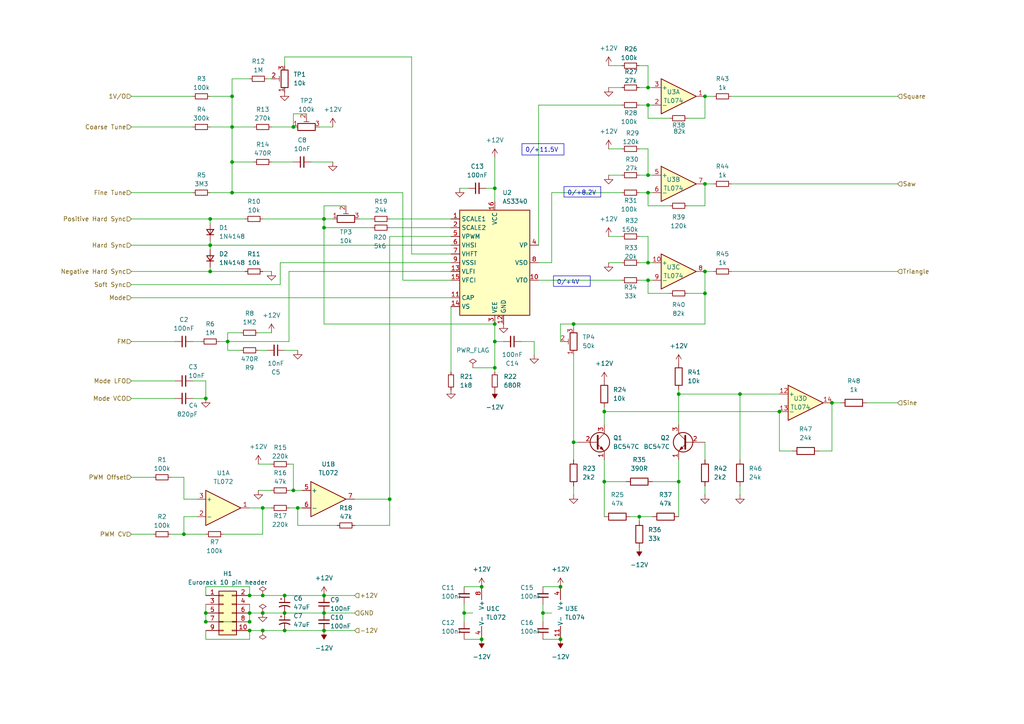
<source format=kicad_sch>
(kicad_sch (version 20231120) (generator "eeschema") (generator_version "8.0")
  (paper "A4")
  (junction (at 187.96 50.8))
  (junction (at 93.98 172.72))
  (junction (at 59.69 180.34))
  (junction (at 76.2 177.8))
  (junction (at 139.7 185.42))
  (junction (at 113.03 144.78))
  (junction (at 72.39 180.34))
  (junction (at 204.47 27.94))
  (junction (at 162.56 185.42))
  (junction (at 175.26 119.38))
  (junction (at 241.3 116.84))
  (junction (at 187.96 81.28))
  (junction (at 187.96 76.2))
  (junction (at 93.98 182.88))
  (junction (at 59.69 177.8))
  (junction (at 53.34 154.94))
  (junction (at 85.09 142.24))
  (junction (at 134.62 177.8))
  (junction (at 196.85 139.7))
  (junction (at 72.39 177.8))
  (junction (at 187.96 30.48))
  (junction (at 226.06 119.38))
  (junction (at 204.47 78.74))
  (junction (at 67.31 46.99))
  (junction (at 204.47 53.34))
  (junction (at 66.04 99.06))
  (junction (at 59.69 115.57))
  (junction (at 143.51 54.61))
  (junction (at 157.48 177.8))
  (junction (at 72.39 172.72))
  (junction (at 214.63 114.3))
  (junction (at 67.31 36.83))
  (junction (at 204.47 85.09))
  (junction (at 162.56 170.18))
  (junction (at 143.51 99.06))
  (junction (at 60.96 71.12))
  (junction (at 72.39 182.88))
  (junction (at 93.98 63.5))
  (junction (at 166.37 93.98))
  (junction (at 187.96 55.88))
  (junction (at 60.96 63.5))
  (junction (at 76.2 182.88))
  (junction (at 143.51 93.98))
  (junction (at 67.31 27.94))
  (junction (at 93.98 177.8))
  (junction (at 187.96 25.4))
  (junction (at 139.7 170.18))
  (junction (at 166.37 128.27))
  (junction (at 60.96 78.74))
  (junction (at 86.36 147.32))
  (junction (at 82.55 182.88))
  (junction (at 175.26 139.7))
  (junction (at 82.55 177.8))
  (junction (at 76.2 172.72))
  (junction (at 196.85 114.3))
  (junction (at 76.2 147.32))
  (junction (at 85.09 36.83))
  (junction (at 67.31 55.88))
  (junction (at 82.55 172.72))
  (junction (at 143.51 106.68))
  (junction (at 185.42 149.86))
  (junction (at 93.98 66.04))
  (wire (pts (xy 76.2 172.72) (xy 82.55 172.72)))
  (wire (pts (xy 134.62 185.42) (xy 139.7 185.42)))
  (wire (pts (xy 134.62 175.26) (xy 134.62 177.8)))
  (wire (pts (xy 162.56 93.98) (xy 166.37 93.98)))
  (wire (pts (xy 204.47 143.51) (xy 204.47 140.97)))
  (wire (pts (xy 66.04 96.52) (xy 66.04 99.06)))
  (wire (pts (xy 182.88 149.86) (xy 185.42 149.86)))
  (wire (pts (xy 55.88 99.06) (xy 58.42 99.06)))
  (wire (pts (xy 196.85 149.86) (xy 196.85 139.7)))
  (wire (pts (xy 175.26 133.35) (xy 175.26 139.7)))
  (wire (pts (xy 38.1 138.43) (xy 44.45 138.43)))
  (wire (pts (xy 176.53 19.05) (xy 180.34 19.05)))
  (wire (pts (xy 187.96 19.05) (xy 187.96 25.4)))
  (wire (pts (xy 77.47 101.6) (xy 74.93 101.6)))
  (wire (pts (xy 57.15 149.86) (xy 53.34 149.86)))
  (wire (pts (xy 113.03 63.5) (xy 130.81 63.5)))
  (wire (pts (xy 66.04 101.6) (xy 69.85 101.6)))
  (wire (pts (xy 116.84 81.28) (xy 130.81 81.28)))
  (wire (pts (xy 130.81 73.66) (xy 119.38 73.66)))
  (wire (pts (xy 176.53 50.8) (xy 180.34 50.8)))
  (wire (pts (xy 146.05 99.06) (xy 143.51 99.06)))
  (wire (pts (xy 72.39 147.32) (xy 76.2 147.32)))
  (wire (pts (xy 60.96 71.12) (xy 60.96 72.39)))
  (wire (pts (xy 176.53 25.4) (xy 180.34 25.4)))
  (wire (pts (xy 38.1 27.94) (xy 55.88 27.94)))
  (wire (pts (xy 59.69 175.26) (xy 59.69 177.8)))
  (wire (pts (xy 49.53 138.43) (xy 53.34 138.43)))
  (wire (pts (xy 93.98 172.72) (xy 102.87 172.72)))
  (wire (pts (xy 143.51 93.98) (xy 143.51 99.06)))
  (wire (pts (xy 134.62 177.8) (xy 137.16 177.8)))
  (wire (pts (xy 185.42 149.86) (xy 185.42 151.13)))
  (wire (pts (xy 78.74 46.99) (xy 85.09 46.99)))
  (wire (pts (xy 187.96 43.18) (xy 187.96 50.8)))
  (wire (pts (xy 88.9 33.02) (xy 85.09 33.02)))
  (wire (pts (xy 93.98 63.5) (xy 96.52 63.5)))
  (wire (pts (xy 76.2 154.94) (xy 76.2 147.32)))
  (wire (pts (xy 175.26 149.86) (xy 175.26 139.7)))
  (wire (pts (xy 187.96 85.09) (xy 194.31 85.09)))
  (wire (pts (xy 104.14 63.5) (xy 107.95 63.5)))
  (wire (pts (xy 60.96 64.77) (xy 60.96 63.5)))
  (wire (pts (xy 196.85 114.3) (xy 196.85 123.19)))
  (wire (pts (xy 154.94 99.06) (xy 154.94 102.87)))
  (wire (pts (xy 38.1 55.88) (xy 55.88 55.88)))
  (wire (pts (xy 160.02 55.88) (xy 180.34 55.88)))
  (wire (pts (xy 93.98 63.5) (xy 93.98 66.04)))
  (wire (pts (xy 157.48 175.26) (xy 157.48 177.8)))
  (wire (pts (xy 176.53 68.58) (xy 180.34 68.58)))
  (wire (pts (xy 38.1 115.57) (xy 50.8 115.57)))
  (wire (pts (xy 214.63 143.51) (xy 214.63 140.97)))
  (wire (pts (xy 176.53 76.2) (xy 180.34 76.2)))
  (wire (pts (xy 167.64 128.27) (xy 166.37 128.27)))
  (wire (pts (xy 189.23 139.7) (xy 196.85 139.7)))
  (wire (pts (xy 137.16 106.68) (xy 143.51 106.68)))
  (wire (pts (xy 86.36 101.6) (xy 82.55 101.6)))
  (wire (pts (xy 53.34 154.94) (xy 49.53 154.94)))
  (wire (pts (xy 74.93 134.62) (xy 78.74 134.62)))
  (wire (pts (xy 67.31 22.86) (xy 72.39 22.86)))
  (wire (pts (xy 237.49 130.81) (xy 241.3 130.81)))
  (wire (pts (xy 143.51 99.06) (xy 143.51 106.68)))
  (wire (pts (xy 214.63 114.3) (xy 196.85 114.3)))
  (wire (pts (xy 113.03 68.58) (xy 130.81 68.58)))
  (wire (pts (xy 86.36 147.32) (xy 83.82 147.32)))
  (wire (pts (xy 102.87 144.78) (xy 113.03 144.78)))
  (wire (pts (xy 93.98 66.04) (xy 107.95 66.04)))
  (wire (pts (xy 157.48 185.42) (xy 162.56 185.42)))
  (wire (pts (xy 76.2 177.8) (xy 82.55 177.8)))
  (wire (pts (xy 214.63 133.35) (xy 214.63 114.3)))
  (wire (pts (xy 82.55 172.72) (xy 93.98 172.72)))
  (wire (pts (xy 74.93 142.24) (xy 78.74 142.24)))
  (wire (pts (xy 86.36 152.4) (xy 86.36 147.32)))
  (wire (pts (xy 53.34 144.78) (xy 57.15 144.78)))
  (wire (pts (xy 60.96 78.74) (xy 60.96 77.47)))
  (wire (pts (xy 96.52 46.99) (xy 90.17 46.99)))
  (wire (pts (xy 66.04 96.52) (xy 69.85 96.52)))
  (wire (pts (xy 53.34 138.43) (xy 53.34 144.78)))
  (wire (pts (xy 160.02 55.88) (xy 160.02 76.2)))
  (wire (pts (xy 38.1 154.94) (xy 44.45 154.94)))
  (wire (pts (xy 83.82 99.06) (xy 83.82 78.74)))
  (wire (pts (xy 53.34 149.86) (xy 53.34 154.94)))
  (wire (pts (xy 72.39 177.8) (xy 76.2 177.8)))
  (wire (pts (xy 59.69 180.34) (xy 72.39 180.34)))
  (wire (pts (xy 60.96 36.83) (xy 67.31 36.83)))
  (wire (pts (xy 38.1 63.5) (xy 60.96 63.5)))
  (wire (pts (xy 72.39 170.18) (xy 72.39 172.72)))
  (wire (pts (xy 83.82 142.24) (xy 85.09 142.24)))
  (wire (pts (xy 241.3 130.81) (xy 241.3 116.84)))
  (wire (pts (xy 102.87 152.4) (xy 113.03 152.4)))
  (wire (pts (xy 212.09 78.74) (xy 260.35 78.74)))
  (wire (pts (xy 72.39 182.88) (xy 76.2 182.88)))
  (wire (pts (xy 143.51 106.68) (xy 143.51 107.95)))
  (wire (pts (xy 199.39 59.69) (xy 204.47 59.69)))
  (wire (pts (xy 157.48 170.18) (xy 162.56 170.18)))
  (wire (pts (xy 175.26 139.7) (xy 181.61 139.7)))
  (wire (pts (xy 78.74 147.32) (xy 76.2 147.32)))
  (wire (pts (xy 76.2 63.5) (xy 93.98 63.5)))
  (wire (pts (xy 78.74 36.83) (xy 85.09 36.83)))
  (wire (pts (xy 166.37 93.98) (xy 166.37 95.25)))
  (wire (pts (xy 154.94 99.06) (xy 151.13 99.06)))
  (wire (pts (xy 185.42 55.88) (xy 187.96 55.88)))
  (wire (pts (xy 260.35 53.34) (xy 212.09 53.34)))
  (wire (pts (xy 140.97 54.61) (xy 143.51 54.61)))
  (wire (pts (xy 260.35 27.94) (xy 212.09 27.94)))
  (wire (pts (xy 207.01 53.34) (xy 204.47 53.34)))
  (wire (pts (xy 156.21 30.48) (xy 180.34 30.48)))
  (wire (pts (xy 162.56 99.06) (xy 162.56 93.98)))
  (wire (pts (xy 55.88 115.57) (xy 59.69 115.57)))
  (wire (pts (xy 204.47 93.98) (xy 204.47 85.09)))
  (wire (pts (xy 59.69 110.49) (xy 55.88 110.49)))
  (wire (pts (xy 187.96 59.69) (xy 194.31 59.69)))
  (wire (pts (xy 214.63 114.3) (xy 226.06 114.3)))
  (wire (pts (xy 67.31 27.94) (xy 67.31 22.86)))
  (wire (pts (xy 187.96 25.4) (xy 189.23 25.4)))
  (wire (pts (xy 59.69 185.42) (xy 72.39 185.42)))
  (wire (pts (xy 204.47 59.69) (xy 204.47 53.34)))
  (wire (pts (xy 72.39 175.26) (xy 72.39 177.8)))
  (wire (pts (xy 59.69 172.72) (xy 59.69 170.18)))
  (wire (pts (xy 187.96 30.48) (xy 189.23 30.48)))
  (wire (pts (xy 187.96 55.88) (xy 189.23 55.88)))
  (wire (pts (xy 59.69 170.18) (xy 72.39 170.18)))
  (wire (pts (xy 260.35 116.84) (xy 251.46 116.84)))
  (wire (pts (xy 60.96 63.5) (xy 71.12 63.5)))
  (wire (pts (xy 185.42 50.8) (xy 187.96 50.8)))
  (wire (pts (xy 143.51 54.61) (xy 143.51 58.42)))
  (wire (pts (xy 119.38 73.66) (xy 119.38 16.51)))
  (wire (pts (xy 85.09 134.62) (xy 85.09 142.24)))
  (wire (pts (xy 187.96 30.48) (xy 187.96 34.29)))
  (wire (pts (xy 67.31 36.83) (xy 67.31 46.99)))
  (wire (pts (xy 116.84 55.88) (xy 116.84 81.28)))
  (wire (pts (xy 180.34 81.28) (xy 156.21 81.28)))
  (wire (pts (xy 130.81 88.9) (xy 130.81 107.95)))
  (wire (pts (xy 166.37 143.51) (xy 166.37 140.97)))
  (wire (pts (xy 86.36 152.4) (xy 97.79 152.4)))
  (wire (pts (xy 185.42 43.18) (xy 187.96 43.18)))
  (wire (pts (xy 196.85 139.7) (xy 196.85 133.35)))
  (wire (pts (xy 187.96 50.8) (xy 189.23 50.8)))
  (wire (pts (xy 175.26 119.38) (xy 175.26 123.19)))
  (wire (pts (xy 204.47 27.94) (xy 207.01 27.94)))
  (wire (pts (xy 38.1 78.74) (xy 60.96 78.74)))
  (wire (pts (xy 38.1 82.55) (xy 81.28 82.55)))
  (wire (pts (xy 185.42 76.2) (xy 187.96 76.2)))
  (wire (pts (xy 67.31 55.88) (xy 116.84 55.88)))
  (wire (pts (xy 60.96 69.85) (xy 60.96 71.12)))
  (wire (pts (xy 134.62 170.18) (xy 139.7 170.18)))
  (wire (pts (xy 63.5 99.06) (xy 66.04 99.06)))
  (wire (pts (xy 100.33 59.69) (xy 93.98 59.69)))
  (wire (pts (xy 166.37 133.35) (xy 166.37 128.27)))
  (wire (pts (xy 157.48 177.8) (xy 160.02 177.8)))
  (wire (pts (xy 60.96 71.12) (xy 130.81 71.12)))
  (wire (pts (xy 134.62 177.8) (xy 134.62 180.34)))
  (wire (pts (xy 38.1 110.49) (xy 50.8 110.49)))
  (wire (pts (xy 187.96 81.28) (xy 187.96 85.09)))
  (wire (pts (xy 199.39 34.29) (xy 204.47 34.29)))
  (wire (pts (xy 93.98 66.04) (xy 93.98 93.98)))
  (wire (pts (xy 38.1 86.36) (xy 130.81 86.36)))
  (wire (pts (xy 113.03 68.58) (xy 113.03 144.78)))
  (wire (pts (xy 156.21 30.48) (xy 156.21 71.12)))
  (wire (pts (xy 72.39 172.72) (xy 76.2 172.72)))
  (wire (pts (xy 96.52 36.83) (xy 92.71 36.83)))
  (wire (pts (xy 38.1 36.83) (xy 55.88 36.83)))
  (wire (pts (xy 93.98 182.88) (xy 102.87 182.88)))
  (wire (pts (xy 82.55 16.51) (xy 119.38 16.51)))
  (wire (pts (xy 83.82 134.62) (xy 85.09 134.62)))
  (wire (pts (xy 60.96 78.74) (xy 71.12 78.74)))
  (wire (pts (xy 78.74 78.74) (xy 76.2 78.74)))
  (wire (pts (xy 74.93 96.52) (xy 78.74 96.52)))
  (wire (pts (xy 82.55 16.51) (xy 82.55 19.05)))
  (wire (pts (xy 66.04 99.06) (xy 83.82 99.06)))
  (wire (pts (xy 76.2 182.88) (xy 82.55 182.88)))
  (wire (pts (xy 185.42 25.4) (xy 187.96 25.4)))
  (wire (pts (xy 38.1 71.12) (xy 60.96 71.12)))
  (wire (pts (xy 93.98 177.8) (xy 102.87 177.8)))
  (wire (pts (xy 53.34 154.94) (xy 59.69 154.94)))
  (wire (pts (xy 176.53 43.18) (xy 180.34 43.18)))
  (wire (pts (xy 187.96 55.88) (xy 187.96 59.69)))
  (wire (pts (xy 85.09 142.24) (xy 87.63 142.24)))
  (wire (pts (xy 83.82 78.74) (xy 130.81 78.74)))
  (wire (pts (xy 82.55 177.8) (xy 93.98 177.8)))
  (wire (pts (xy 157.48 177.8) (xy 157.48 180.34)))
  (wire (pts (xy 60.96 55.88) (xy 67.31 55.88)))
  (wire (pts (xy 175.26 118.11) (xy 175.26 119.38)))
  (wire (pts (xy 81.28 76.2) (xy 130.81 76.2)))
  (wire (pts (xy 229.87 130.81) (xy 226.06 130.81)))
  (wire (pts (xy 67.31 55.88) (xy 67.31 46.99)))
  (wire (pts (xy 113.03 152.4) (xy 113.03 144.78)))
  (wire (pts (xy 204.47 85.09) (xy 204.47 78.74)))
  (wire (pts (xy 185.42 68.58) (xy 187.96 68.58)))
  (wire (pts (xy 93.98 182.88) (xy 82.55 182.88)))
  (wire (pts (xy 189.23 81.28) (xy 187.96 81.28)))
  (wire (pts (xy 166.37 93.98) (xy 204.47 93.98)))
  (wire (pts (xy 160.02 76.2) (xy 156.21 76.2)))
  (wire (pts (xy 85.09 33.02) (xy 85.09 36.83)))
  (wire (pts (xy 64.77 154.94) (xy 76.2 154.94)))
  (wire (pts (xy 175.26 119.38) (xy 226.06 119.38)))
  (wire (pts (xy 87.63 147.32) (xy 86.36 147.32)))
  (wire (pts (xy 59.69 177.8) (xy 59.69 180.34)))
  (wire (pts (xy 72.39 177.8) (xy 72.39 180.34)))
  (wire (pts (xy 143.51 93.98) (xy 93.98 93.98)))
  (wire (pts (xy 59.69 182.88) (xy 59.69 185.42)))
  (wire (pts (xy 72.39 185.42) (xy 72.39 182.88)))
  (wire (pts (xy 59.69 110.49) (xy 59.69 115.57)))
  (wire (pts (xy 196.85 113.03) (xy 196.85 114.3)))
  (wire (pts (xy 67.31 27.94) (xy 60.96 27.94)))
  (wire (pts (xy 187.96 68.58) (xy 187.96 76.2)))
  (wire (pts (xy 50.8 99.06) (xy 38.1 99.06)))
  (wire (pts (xy 185.42 149.86) (xy 189.23 149.86)))
  (wire (pts (xy 78.74 22.86) (xy 77.47 22.86)))
  (wire (pts (xy 133.35 54.61) (xy 135.89 54.61)))
  (wire (pts (xy 66.04 101.6) (xy 66.04 99.06)))
  (wire (pts (xy 113.03 66.04) (xy 130.81 66.04)))
  (wire (pts (xy 166.37 102.87) (xy 166.37 128.27)))
  (wire (pts (xy 243.84 116.84) (xy 241.3 116.84)))
  (wire (pts (xy 199.39 85.09) (xy 204.47 85.09)))
  (wire (pts (xy 67.31 46.99) (xy 73.66 46.99)))
  (wire (pts (xy 67.31 36.83) (xy 73.66 36.83)))
  (wire (pts (xy 67.31 27.94) (xy 67.31 36.83)))
  (wire (pts (xy 185.42 30.48) (xy 187.96 30.48)))
  (wire (pts (xy 204.47 27.94) (xy 204.47 34.29)))
  (wire (pts (xy 226.06 130.81) (xy 226.06 119.38)))
  (wire (pts (xy 143.51 45.72) (xy 143.51 54.61)))
  (wire (pts (xy 187.96 81.28) (xy 185.42 81.28)))
  (wire (pts (xy 204.47 133.35) (xy 204.47 128.27)))
  (wire (pts (xy 81.28 82.55) (xy 81.28 76.2)))
  (wire (pts (xy 187.96 34.29) (xy 194.31 34.29)))
  (wire (pts (xy 189.23 76.2) (xy 187.96 76.2)))
  (wire (pts (xy 204.47 78.74) (xy 207.01 78.74)))
  (wire (pts (xy 185.42 19.05) (xy 187.96 19.05)))
  (wire (pts (xy 93.98 59.69) (xy 93.98 63.5)))
  (text_box "0/+4V" (at 160.528 80.01 0) (size 10.668 3.048) (effects (font (size 1.27 1.27)) (justify left top)))
  (text_box "0/+8.2V" (at 163.576 54.102 0) (size 10.668 3.048) (effects (font (size 1.27 1.27)) (justify left top)))
  (text_box "0/+11.5V" (at 151.384 41.656 0) (size 12.192 3.302) (effects (font (size 1.27 1.27)) (justify left top)))
  (hierarchical_label "Mode VCO" (shape input) (at 38.1 115.57 180))
  (hierarchical_label "Mode" (shape input) (at 38.1 86.36 180))
  (hierarchical_label "Fine Tune" (shape input) (at 38.1 55.88 180))
  (hierarchical_label "PWM Offset" (shape input) (at 38.1 138.43 180))
  (hierarchical_label "+12V" (shape input) (at 102.87 172.72 0))
  (hierarchical_label "Saw" (shape input) (at 260.35 53.34 0))
  (hierarchical_label "GND" (shape input) (at 102.87 177.8 0))
  (hierarchical_label "Soft Sync" (shape input) (at 38.1 82.55 180))
  (hierarchical_label "Square" (shape input) (at 260.35 27.94 0))
  (hierarchical_label "Sine" (shape input) (at 260.35 116.84 0))
  (hierarchical_label "FM" (shape input) (at 38.1 99.06 180))
  (hierarchical_label "Hard Sync" (shape input) (at 38.1 71.12 180))
  (hierarchical_label "Positive Hard Sync" (shape input) (at 38.1 63.5 180))
  (hierarchical_label "Coarse Tune" (shape input) (at 38.1 36.83 180))
  (hierarchical_label "1V{slash}O" (shape input) (at 38.1 27.94 180))
  (hierarchical_label "Negative Hard Sync" (shape input) (at 38.1 78.74 180))
  (hierarchical_label "Mode LFO" (shape input) (at 38.1 110.49 180))
  (hierarchical_label "Triangle" (shape input) (at 260.35 78.74 0))
  (hierarchical_label "-12V" (shape input) (at 102.87 182.88 0))
  (hierarchical_label "PWM CV" (shape input) (at 38.1 154.94 180))
  (symbol (lib_id "Device:C_Polarized_Small_US") (at 82.55 175.26 0) (unit 1)
    (property "Reference" "C6" (at 85.09 173.5581 0) (effects (justify left)))
    (property "Value" "47uF" (at 85.09 176.0981 0) (effects (justify left)))
    (property "Footprint" "Capacitor_THT:CP_Radial_D6.3mm_P2.50mm" (effects (hide yes)))
    (property "Description" "Polarized capacitor, small US symbol" (effects (hide yes)))
  )
  (symbol (lib_id "power:GND") (at 133.35 54.61 0) (unit 1)
    (property "Reference" "#PWR034" (effects (hide yes)))
    (property "Value" "GND" (effects (hide yes)))
    (property "Description" "Power symbol creates a global label with name \"GND\" , ground" (effects (hide yes)))
  )
  (symbol (lib_id "power:GND") (at 214.63 143.51 0) (unit 1)
    (property "Reference" "#PWR054" (effects (hide yes)))
    (property "Value" "GND" (effects (hide yes)))
    (property "Description" "Power symbol creates a global label with name \"GND\" , ground" (effects (hide yes)))
  )
  (symbol (lib_id "Device:R_Small") (at 209.55 53.34 90) (unit 1)
    (property "Reference" "R44" (at 209.55 48.26 90))
    (property "Value" "1k" (at 209.55 50.8 90))
    (property "Footprint" "Resistor_THT:R_Axial_DIN0207_L6.3mm_D2.5mm_P10.16mm_Horizontal" (effects (hide yes)))
    (property "Description" "Resistor, small symbol" (effects (hide yes)))
  )
  (symbol (lib_id "power:GND") (at 74.93 142.24 0) (unit 1)
    (property "Reference" "#PWR023" (effects (hide yes)))
    (property "Value" "GND" (effects (hide yes)))
    (property "Description" "Power symbol creates a global label with name \"GND\" , ground" (effects (hide yes)))
  )
  (symbol (lib_id "Device:R_Small") (at 182.88 81.28 270) (unit 1)
    (property "Reference" "R34" (at 182.88 83.312 90))
    (property "Value" "33k" (at 182.88 85.852 90))
    (property "Footprint" "Resistor_THT:R_Axial_DIN0207_L6.3mm_D2.5mm_P10.16mm_Horizontal" (effects (hide yes)))
    (property "Description" "Resistor, small symbol" (effects (hide yes)))
  )
  (symbol (lib_id "Device:R_Small") (at 76.2 36.83 90) (unit 1)
    (property "Reference" "R13" (at 76.2 31.75 90))
    (property "Value" "270k" (at 76.2 34.29 90))
    (property "Footprint" "Resistor_THT:R_Axial_DIN0207_L6.3mm_D2.5mm_P10.16mm_Horizontal" (effects (hide yes)))
    (property "Description" "Resistor, small symbol" (effects (hide yes)))
  )
  (symbol (lib_id "power:-12V") (at 139.7 185.42 180) (unit 1)
    (property "Reference" "#PWR036" (effects (hide yes)))
    (property "Value" "-12V" (at 139.7 190.5 0))
    (property "Description" "Power symbol creates a global label with name \"-12V\"" (effects (hide yes)))
  )
  (symbol (lib_id "Device:R_Small") (at 72.39 101.6 270) (mirror x) (unit 1)
    (property "Reference" "R9" (at 72.39 106.68 90))
    (property "Value" "470R" (at 72.39 104.14 90))
    (property "Footprint" "Resistor_THT:R_Axial_DIN0207_L6.3mm_D2.5mm_P10.16mm_Horizontal" (effects (hide yes)))
    (property "Description" "Resistor, small symbol" (effects (hide yes)))
  )
  (symbol (lib_name "-12V_1") (lib_id "power:-12V") (at 185.42 158.75 180) (unit 1)
    (property "Reference" "#PWR051" (effects (hide yes)))
    (property "Value" "-12V" (at 185.42 163.83 0))
  )
  (symbol (lib_id "Device:R_Potentiometer_Trim") (at 100.33 63.5 90) (unit 1)
    (property "Reference" "TP3" (at 100.33 67.31 90))
    (property "Value" "10k" (at 100.33 69.85 90))
    (property "Footprint" "Potentiometer_THT:Potentiometer_Vishay_T73XW_Horizontal" (effects (hide yes)))
    (property "Description" "Trim-potentiometer" (effects (hide yes)))
  )
  (symbol (lib_id "Device:R_Small") (at 72.39 96.52 90) (unit 1)
    (property "Reference" "R8" (at 72.39 90.899 90))
    (property "Value" "1M2" (at 72.39 93.439 90))
    (property "Footprint" "Resistor_THT:R_Axial_DIN0207_L6.3mm_D2.5mm_P10.16mm_Horizontal" (effects (hide yes)))
    (property "Description" "Resistor, small symbol" (effects (hide yes)))
  )
  (symbol (lib_id "Device:R_Small") (at 182.88 19.05 90) (unit 1)
    (property "Reference" "R26" (at 184.912 14.224 90) (effects (justify left)))
    (property "Value" "100k" (at 184.912 16.764 90) (effects (justify left)))
    (property "Footprint" "Resistor_THT:R_Axial_DIN0207_L6.3mm_D2.5mm_P10.16mm_Horizontal" (effects (hide yes)))
    (property "Description" "Resistor, small symbol" (effects (hide yes)))
  )
  (symbol (lib_id "Device:C_Small") (at 93.98 180.34 180) (unit 1)
    (property "Reference" "C10" (at 95.758 179.07 0) (effects (justify right)))
    (property "Value" "100nF" (at 95.758 181.61 0) (effects (justify right)))
    (property "Footprint" "Capacitor_THT:C_Disc_D6.0mm_W2.5mm_P5.00mm" (effects (hide yes)))
    (property "Description" "Unpolarized capacitor, small symbol" (effects (hide yes)))
  )
  (symbol (lib_id "Device:C_Small") (at 157.48 182.88 180) (unit 1)
    (property "Reference" "C16" (at 150.876 180.594 0) (effects (justify right)))
    (property "Value" "100nF" (at 150.876 183.134 0) (effects (justify right)))
    (property "Footprint" "Capacitor_THT:C_Disc_D6.0mm_W2.5mm_P5.00mm" (effects (hide yes)))
    (property "Description" "Unpolarized capacitor, small symbol" (effects (hide yes)))
  )
  (symbol (lib_id "power:PWR_FLAG") (at 76.2 182.88 180) (unit 1)
    (property "Reference" "#FLG03" (effects (hide yes)))
    (property "Value" "PWR_FLAG" (effects (hide yes)))
    (property "Description" "Special symbol for telling ERC where power comes from" (effects (hide yes)))
  )
  (symbol (lib_id "power:GND") (at 166.37 143.51 0) (unit 1)
    (property "Reference" "#PWR043" (effects (hide yes)))
    (property "Value" "GND" (effects (hide yes)))
    (property "Description" "Power symbol creates a global label with name \"GND\" , ground" (effects (hide yes)))
  )
  (symbol (lib_id "Device:R") (at 204.47 137.16 0) (unit 1)
    (property "Reference" "R42" (at 207.01 135.8899 0) (effects (justify left)))
    (property "Value" "2k2" (at 207.01 138.4299 0) (effects (justify left)))
    (property "Footprint" "Resistor_THT:R_Axial_DIN0207_L6.3mm_D2.5mm_P10.16mm_Horizontal" (effects (hide yes)))
  )
  (symbol (lib_id "Device:R_Small") (at 182.88 55.88 90) (unit 1)
    (property "Reference" "R31" (at 184.912 58.166 90) (effects (justify left)))
    (property "Value" "100k" (at 184.912 60.706 90) (effects (justify left)))
    (property "Footprint" "Resistor_THT:R_Axial_DIN0207_L6.3mm_D2.5mm_P10.16mm_Horizontal" (effects (hide yes)))
    (property "Description" "Resistor, small symbol" (effects (hide yes)))
  )
  (symbol (lib_id "power:PWR_FLAG") (at 137.16 106.68 0) (unit 1)
    (property "Reference" "#FLG04" (effects (hide yes)))
    (property "Value" "PWR_FLAG" (at 137.16 101.6 0))
    (property "Description" "Special symbol for telling ERC where power comes from" (effects (hide yes)))
  )
  (symbol (lib_id "Device:C_Polarized_Small_US") (at 82.55 180.34 0) (unit 1)
    (property "Reference" "C7" (at 85.09 178.6381 0) (effects (justify left)))
    (property "Value" "47uF" (at 85.09 181.1781 0) (effects (justify left)))
    (property "Footprint" "Capacitor_THT:CP_Radial_D6.3mm_P2.50mm" (effects (hide yes)))
    (property "Description" "Polarized capacitor, small US symbol" (effects (hide yes)))
  )
  (symbol (lib_id "Device:R_Small") (at 81.28 147.32 90) (unit 1)
    (property "Reference" "R17" (at 81.28 149.606 90))
    (property "Value" "220k" (at 81.28 152.146 90))
    (property "Footprint" "Resistor_THT:R_Axial_DIN0207_L6.3mm_D2.5mm_P10.16mm_Horizontal" (effects (hide yes)))
    (property "Description" "Resistor, small symbol" (effects (hide yes)))
  )
  (symbol (lib_id "power:GND") (at 96.52 46.99 0) (unit 1)
    (property "Reference" "#PWR032" (effects (hide yes)))
    (property "Value" "GND" (effects (hide yes)))
    (property "Description" "Power symbol creates a global label with name \"GND\" , ground" (effects (hide yes)))
  )
  (symbol (lib_id "power:-12V") (at 143.51 113.03 180) (unit 1)
    (property "Reference" "#PWR038" (effects (hide yes)))
    (property "Value" "-12V" (at 143.51 118.11 0))
    (property "Description" "Power symbol creates a global label with name \"-12V\"" (effects (hide yes)))
  )
  (symbol (lib_id "Device:C_Small") (at 148.59 99.06 270) (unit 1)
    (property "Reference" "C14" (at 148.5837 105.41 90))
    (property "Value" "100nF" (at 148.5837 102.87 90))
    (property "Footprint" "Capacitor_THT:C_Disc_D6.0mm_W2.5mm_P5.00mm" (effects (hide yes)))
    (property "Description" "Unpolarized capacitor, small symbol" (effects (hide yes)))
  )
  (symbol (lib_id "Device:R_Small") (at 76.2 46.99 90) (unit 1)
    (property "Reference" "R14" (at 76.2 41.91 90))
    (property "Value" "470R" (at 76.2 44.45 90))
    (property "Footprint" "Resistor_THT:R_Axial_DIN0207_L6.3mm_D2.5mm_P10.16mm_Horizontal" (effects (hide yes)))
    (property "Description" "Resistor, small symbol" (effects (hide yes)))
  )
  (symbol (lib_id "Device:C_Small") (at 138.43 54.61 90) (unit 1)
    (property "Reference" "C13" (at 138.4363 48.26 90))
    (property "Value" "100nF" (at 138.4363 50.8 90))
    (property "Footprint" "Capacitor_THT:C_Disc_D6.0mm_W2.5mm_P5.00mm" (effects (hide yes)))
    (property "Description" "Unpolarized capacitor, small symbol" (effects (hide yes)))
  )
  (symbol (lib_id "power:GND") (at 76.2 177.8 0) (unit 1)
    (property "Reference" "#PWR024" (effects (hide yes)))
    (property "Value" "GND" (effects (hide yes)))
    (property "Description" "Power symbol creates a global label with name \"GND\" , ground" (effects (hide yes)))
  )
  (symbol (lib_id "Device:C_Small") (at 93.98 175.26 180) (unit 1)
    (property "Reference" "C9" (at 95.758 173.99 0) (effects (justify right)))
    (property "Value" "100nF" (at 95.758 176.53 0) (effects (justify right)))
    (property "Footprint" "Capacitor_THT:C_Disc_D6.0mm_W2.5mm_P5.00mm" (effects (hide yes)))
    (property "Description" "Unpolarized capacitor, small symbol" (effects (hide yes)))
  )
  (symbol (lib_id "Device:R_Small") (at 100.33 152.4 90) (unit 1)
    (property "Reference" "R18" (at 100.33 147.32 90))
    (property "Value" "47k" (at 100.33 149.86 90))
    (property "Footprint" "Resistor_THT:R_Axial_DIN0207_L6.3mm_D2.5mm_P10.16mm_Horizontal" (effects (hide yes)))
    (property "Description" "Resistor, small symbol" (effects (hide yes)))
  )
  (symbol (lib_id "Device:C_Small") (at 53.34 115.57 270) (unit 1)
    (property "Reference" "C4" (at 57.404 117.602 90) (effects (justify right)))
    (property "Value" "820pF" (at 57.404 120.142 90) (effects (justify right)))
    (property "Footprint" "Capacitor_THT:C_Disc_D6.0mm_W2.5mm_P5.00mm" (effects (hide yes)))
    (property "Description" "Unpolarized capacitor, small symbol" (effects (hide yes)))
  )
  (symbol (lib_id "Device:R_Small") (at 74.93 22.86 90) (unit 1)
    (property "Reference" "R12" (at 74.93 17.78 90))
    (property "Value" "1M" (at 74.93 20.32 90))
    (property "Footprint" "Resistor_THT:R_Axial_DIN0207_L6.3mm_D2.5mm_P10.16mm_Horizontal" (effects (hide yes)))
    (property "Description" "Resistor, small symbol" (effects (hide yes)))
  )
  (symbol (lib_id "Device:R_Small") (at 196.85 34.29 90) (unit 1)
    (property "Reference" "R38" (at 196.85 36.322 90))
    (property "Value" "82k" (at 197.104 38.1 90))
    (property "Footprint" "Resistor_THT:R_Axial_DIN0207_L6.3mm_D2.5mm_P10.16mm_Horizontal" (effects (hide yes)))
    (property "Description" "Resistor, small symbol" (effects (hide yes)))
  )
  (symbol (lib_id "Device:R_Small") (at 182.88 43.18 90) (unit 1)
    (property "Reference" "R29" (at 185.42 38.608 90) (effects (justify left)))
    (property "Value" "120k" (at 185.42 41.148 90) (effects (justify left)))
    (property "Footprint" "Resistor_THT:R_Axial_DIN0207_L6.3mm_D2.5mm_P10.16mm_Horizontal" (effects (hide yes)))
    (property "Description" "Resistor, small symbol" (effects (hide yes)))
  )
  (symbol (lib_id "power:PWR_FLAG") (at 76.2 172.72 0) (unit 1)
    (property "Reference" "#FLG01" (effects (hide yes)))
    (property "Value" "PWR_FLAG" (effects (hide yes)))
    (property "Description" "Special symbol for telling ERC where power comes from" (effects (hide yes)))
  )
  (symbol (lib_id "power:+12V") (at 162.56 170.18 0) (unit 1)
    (property "Reference" "#PWR041" (effects (hide yes)))
    (property "Value" "+12V" (at 162.56 165.1 0))
    (property "Description" "Power symbol creates a global label with name \"+12V\"" (effects (hide yes)))
  )
  (symbol (lib_id "Transistor_BJT:2N3904") (at 199.39 128.27 0) (mirror y) (unit 1)
    (property "Reference" "Q2" (at 194.31 126.9999 0) (effects (justify left)))
    (property "Value" "BC547C" (at 194.31 129.5399 0) (effects (justify left)))
    (property "Footprint" "Package_TO_SOT_THT:TO-92_Inline" (effects (hide yes)))
    (property "Datasheet" "https://www.onsemi.com/pub/Collateral/2N3903-D.PDF" (effects (hide yes)))
  )
  (symbol (lib_id "power:+12V") (at 74.93 134.62 0) (unit 1)
    (property "Reference" "#PWR022" (effects (hide yes)))
    (property "Value" "+12V" (at 74.93 129.54 0))
    (property "Description" "Power symbol creates a global label with name \"+12V\"" (effects (hide yes)))
  )
  (symbol (lib_id "Device:D_Small") (at 60.96 67.31 90) (unit 1)
    (property "Reference" "D1" (at 63.5 66.0399 90) (effects (justify right)))
    (property "Value" "1N4148" (at 63.5 68.5799 90) (effects (justify right)))
    (property "Footprint" "Diode_THT:D_DO-35_SOD27_P7.62mm_Horizontal" (effects (hide yes)))
    (property "Description" "Diode, small symbol" (effects (hide yes)))
    (property "Sim.Device" "D" (effects (hide yes)))
    (property "Sim.Pins" "1=K 2=A" (effects (hide yes)))
  )
  (symbol (lib_id "power:GND") (at 59.69 115.57 0) (unit 1)
    (property "Reference" "#PWR021" (effects (hide yes)))
    (property "Value" "GND" (effects (hide yes)))
    (property "Description" "Power symbol creates a global label with name \"GND\" , ground" (effects (hide yes)))
  )
  (symbol (lib_id "Device:R_Small") (at 182.88 50.8 270) (unit 1)
    (property "Reference" "R30" (at 181.356 46.228 90) (effects (justify left)))
    (property "Value" "27k" (at 181.356 48.768 90) (effects (justify left)))
    (property "Footprint" "Resistor_THT:R_Axial_DIN0207_L6.3mm_D2.5mm_P10.16mm_Horizontal" (effects (hide yes)))
    (property "Description" "Resistor, small symbol" (effects (hide yes)))
  )
  (symbol (lib_id "Device:R_Small") (at 110.49 63.5 90) (unit 1)
    (property "Reference" "R19" (at 110.49 58.42 90))
    (property "Value" "24k" (at 110.49 60.96 90))
    (property "Footprint" "Resistor_THT:R_Axial_DIN0207_L6.3mm_D2.5mm_P10.16mm_Horizontal" (effects (hide yes)))
    (property "Description" "Resistor, small symbol" (effects (hide yes)))
  )
  (symbol (lib_id "Device:R_Small") (at 182.88 25.4 270) (unit 1)
    (property "Reference" "R27" (at 181.102 20.828 90) (effects (justify left)))
    (property "Value" "27k" (at 181.102 23.368 90) (effects (justify left)))
    (property "Footprint" "Resistor_THT:R_Axial_DIN0207_L6.3mm_D2.5mm_P10.16mm_Horizontal" (effects (hide yes)))
    (property "Description" "Resistor, small symbol" (effects (hide yes)))
  )
  (symbol (lib_id "Device:R_Small") (at 196.85 85.09 90) (unit 1)
    (property "Reference" "R40" (at 196.85 88.392 90))
    (property "Value" "82k" (at 196.85 90.932 90))
    (property "Footprint" "Resistor_THT:R_Axial_DIN0207_L6.3mm_D2.5mm_P10.16mm_Horizontal" (effects (hide yes)))
    (property "Description" "Resistor, small symbol" (effects (hide yes)))
  )
  (symbol (lib_id "power:+12V") (at 143.51 45.72 0) (unit 1)
    (property "Reference" "#PWR037" (effects (hide yes)))
    (property "Value" "+12V" (at 143.51 40.64 0))
    (property "Description" "Power symbol creates a global label with name \"+12V\"" (effects (hide yes)))
  )
  (symbol (lib_id "Device:C_Small") (at 80.01 101.6 270) (mirror x) (unit 1)
    (property "Reference" "C5" (at 80.0036 107.95 90))
    (property "Value" "10nF" (at 80.0036 105.41 90))
    (property "Footprint" "Capacitor_THT:C_Disc_D6.0mm_W2.5mm_P5.00mm" (effects (hide yes)))
    (property "Description" "Unpolarized capacitor, small symbol" (effects (hide yes)))
  )
  (symbol (lib_id "Amplifier_Operational:TL074") (at 196.85 53.34 0) (unit 2)
    (property "Reference" "U3" (at 195.326 52.07 0))
    (property "Value" "TL074" (at 195.326 54.61 0))
    (property "Footprint" "Package_DIP:DIP-14_W7.62mm" (effects (hide yes)))
    (property "Datasheet" "http://www.ti.com/lit/ds/symlink/tl071.pdf" (effects (hide yes)))
    (property "Description" "Quad Low-Noise JFET-Input Operational Amplifiers, DIP-14/SOIC-14" (effects (hide yes)))
  )
  (symbol (lib_id "Amplifier_Operational:TL074") (at 233.68 116.84 0) (unit 4)
    (property "Reference" "U3" (at 232.156 115.57 0))
    (property "Value" "TL074" (at 232.156 118.11 0))
    (property "Footprint" "Package_DIP:DIP-14_W7.62mm" (effects (hide yes)))
    (property "Datasheet" "http://www.ti.com/lit/ds/symlink/tl071.pdf" (effects (hide yes)))
    (property "Description" "Quad Low-Noise JFET-Input Operational Amplifiers, DIP-14/SOIC-14" (effects (hide yes)))
  )
  (symbol (lib_id "Transistor_BJT:2N3904") (at 172.72 128.27 0) (unit 1)
    (property "Reference" "Q1" (at 177.8 126.9999 0) (effects (justify left)))
    (property "Value" "BC547C" (at 177.8 129.5399 0) (effects (justify left)))
    (property "Footprint" "Package_TO_SOT_THT:TO-92_Inline" (effects (hide yes)))
    (property "Datasheet" "https://www.onsemi.com/pub/Collateral/2N3903-D.PDF" (effects (hide yes)))
  )
  (symbol (lib_id "Amplifier_Operational:TL072") (at 95.25 144.78 0) (unit 2)
    (property "Reference" "U1" (at 95.25 134.62 0))
    (property "Value" "TL072" (at 95.25 137.16 0))
    (property "Footprint" "Package_DIP:DIP-8_W7.62mm" (effects (hide yes)))
    (property "Datasheet" "http://www.ti.com/lit/ds/symlink/tl071.pdf" (effects (hide yes)))
    (property "Description" "Dual Low-Noise JFET-Input Operational Amplifiers, DIP-8/SOIC-8" (effects (hide yes)))
  )
  (symbol (lib_id "power:+12V") (at 96.52 36.83 0) (unit 1)
    (property "Reference" "#PWR031" (effects (hide yes)))
    (property "Value" "+12V" (at 96.52 31.75 0))
    (property "Description" "Power symbol creates a global label with name \"+12V\"" (effects (hide yes)))
  )
  (symbol (lib_id "power:GND") (at 86.36 101.6 0) (unit 1)
    (property "Reference" "#PWR028" (effects (hide yes)))
    (property "Value" "GND" (effects (hide yes)))
    (property "Description" "Power symbol creates a global label with name \"GND\" , ground" (effects (hide yes)))
  )
  (symbol (lib_id "power:+12V") (at 176.53 19.05 0) (unit 1)
    (property "Reference" "#PWR045" (effects (hide yes)))
    (property "Value" "+12V" (at 176.53 13.97 0))
    (property "Description" "Power symbol creates a global label with name \"+12V\"" (effects (hide yes)))
  )
  (symbol (lib_id "power:GND") (at 130.81 113.03 0) (unit 1)
    (property "Reference" "#PWR033" (effects (hide yes)))
    (property "Value" "GND" (effects (hide yes)))
    (property "Description" "Power symbol creates a global label with name \"GND\" , ground" (effects (hide yes)))
  )
  (symbol (lib_id "power:GND") (at 146.05 93.98 0) (unit 1)
    (property "Reference" "#PWR039" (effects (hide yes)))
    (property "Value" "GND" (effects (hide yes)))
    (property "Description" "Power symbol creates a global label with name \"GND\" , ground" (effects (hide yes)))
  )
  (symbol (lib_id "Device:D_Small") (at 60.96 74.93 90) (unit 1)
    (property "Reference" "D2" (at 63.5 73.6599 90) (effects (justify right)))
    (property "Value" "1N4148" (at 63.5 76.1999 90) (effects (justify right)))
    (property "Footprint" "Diode_THT:D_DO-35_SOD27_P7.62mm_Horizontal" (effects (hide yes)))
    (property "Description" "Diode, small symbol" (effects (hide yes)))
    (property "Sim.Device" "D" (effects (hide yes)))
    (property "Sim.Pins" "1=K 2=A" (effects (hide yes)))
  )
  (symbol (lib_id "Device:R_Potentiometer_Trim") (at 82.55 22.86 180) (unit 1)
    (property "Reference" "TP1" (at 85.09 21.5899 0) (effects (justify right)))
    (property "Value" "10k" (at 85.09 24.1299 0) (effects (justify right)))
    (property "Footprint" "Potentiometer_THT:Potentiometer_Vishay_T73XW_Horizontal" (effects (hide yes)))
    (property "Description" "Trim-potentiometer" (effects (hide yes)))
  )
  (symbol (lib_id "Device:R_Small") (at 73.66 78.74 90) (unit 1)
    (property "Reference" "R11" (at 73.66 73.66 90))
    (property "Value" "10k" (at 73.66 76.2 90))
    (property "Footprint" "Resistor_THT:R_Axial_DIN0207_L6.3mm_D2.5mm_P10.16mm_Horizontal" (effects (hide yes)))
    (property "Description" "Resistor, small symbol" (effects (hide yes)))
  )
  (symbol (lib_id "Device:C_Small") (at 134.62 182.88 180) (unit 1)
    (property "Reference" "C12" (at 128.016 180.594 0) (effects (justify right)))
    (property "Value" "100nF" (at 128.016 183.134 0) (effects (justify right)))
    (property "Footprint" "Capacitor_THT:C_Disc_D6.0mm_W2.5mm_P5.00mm" (effects (hide yes)))
    (property "Description" "Unpolarized capacitor, small symbol" (effects (hide yes)))
  )
  (symbol (lib_id "Device:R_Small") (at 62.23 154.94 90) (unit 1)
    (property "Reference" "R7" (at 62.23 157.226 90))
    (property "Value" "100k" (at 62.23 159.766 90))
    (property "Footprint" "Resistor_THT:R_Axial_DIN0207_L6.3mm_D2.5mm_P10.16mm_Horizontal" (effects (hide yes)))
    (property "Description" "Resistor, small symbol" (effects (hide yes)))
  )
  (symbol (lib_id "Device:R") (at 233.68 130.81 90) (unit 1)
    (property "Reference" "R47" (at 233.68 124.46 90))
    (property "Value" "24k" (at 233.68 127 90))
    (property "Footprint" "Resistor_THT:R_Axial_DIN0207_L6.3mm_D2.5mm_P10.16mm_Horizontal" (effects (hide yes)))
  )
  (symbol (lib_id "Device:R") (at 175.26 114.3 0) (unit 1)
    (property "Reference" "R24" (at 177.8 113.0299 0) (effects (justify left)))
    (property "Value" "10k" (at 177.8 115.5699 0) (effects (justify left)))
    (property "Footprint" "Resistor_THT:R_Axial_DIN0207_L6.3mm_D2.5mm_P10.16mm_Horizontal" (effects (hide yes)))
  )
  (symbol (lib_id "Device:R_Small") (at 81.28 142.24 90) (unit 1)
    (property "Reference" "R16" (at 81.28 137.16 90))
    (property "Value" "47k" (at 81.28 139.7 90))
    (property "Footprint" "Resistor_THT:R_Axial_DIN0207_L6.3mm_D2.5mm_P10.16mm_Horizontal" (effects (hide yes)))
    (property "Description" "Resistor, small symbol" (effects (hide yes)))
  )
  (symbol (lib_id "Amplifier_Operational:TL074") (at 196.85 78.74 0) (unit 3)
    (property "Reference" "U3" (at 195.326 77.47 0))
    (property "Value" "TL074" (at 195.326 80.01 0))
    (property "Footprint" "Package_DIP:DIP-14_W7.62mm" (effects (hide yes)))
    (property "Datasheet" "http://www.ti.com/lit/ds/symlink/tl071.pdf" (effects (hide yes)))
    (property "Description" "Quad Low-Noise JFET-Input Operational Amplifiers, DIP-14/SOIC-14" (effects (hide yes)))
  )
  (symbol (lib_id "Device:R_Small") (at 182.88 30.48 90) (unit 1)
    (property "Reference" "R28" (at 184.912 32.766 90) (effects (justify left)))
    (property "Value" "100k" (at 184.912 35.306 90) (effects (justify left)))
    (property "Footprint" "Resistor_THT:R_Axial_DIN0207_L6.3mm_D2.5mm_P10.16mm_Horizontal" (effects (hide yes)))
    (property "Description" "Resistor, small symbol" (effects (hide yes)))
  )
  (symbol (lib_id "power:+12V") (at 176.53 68.58 0) (unit 1)
    (property "Reference" "#PWR049" (effects (hide yes)))
    (property "Value" "+12V" (at 176.53 63.5 0))
    (property "Description" "Power symbol creates a global label with name \"+12V\"" (effects (hide yes)))
  )
  (symbol (lib_id "power:GND") (at 176.53 25.4 0) (unit 1)
    (property "Reference" "#PWR046" (effects (hide yes)))
    (property "Value" "GND" (effects (hide yes)))
    (property "Description" "Power symbol creates a global label with name \"GND\" , ground" (effects (hide yes)))
  )
  (symbol (lib_id "Device:R_Small") (at 182.88 68.58 90) (unit 1)
    (property "Reference" "R32" (at 185.166 64.008 90) (effects (justify left)))
    (property "Value" "150k" (at 185.166 66.548 90) (effects (justify left)))
    (property "Footprint" "Resistor_THT:R_Axial_DIN0207_L6.3mm_D2.5mm_P10.16mm_Horizontal" (effects (hide yes)))
    (property "Description" "Resistor, small symbol" (effects (hide yes)))
  )
  (symbol (lib_id "power:GND") (at 82.55 26.67 0) (unit 1)
    (property "Reference" "#PWR027" (effects (hide yes)))
    (property "Value" "GND" (effects (hide yes)))
    (property "Description" "Power symbol creates a global label with name \"GND\" , ground" (effects (hide yes)))
  )
  (symbol (lib_id "Device:R") (at 166.37 137.16 0) (unit 1)
    (property "Reference" "R23" (at 168.91 135.8899 0) (effects (justify left)))
    (property "Value" "2k2" (at 168.91 138.4299 0) (effects (justify left)))
    (property "Footprint" "Resistor_THT:R_Axial_DIN0207_L6.3mm_D2.5mm_P10.16mm_Horizontal" (effects (hide yes)))
  )
  (symbol (lib_name "+12V_5") (lib_id "power:+12V") (at 196.85 105.41 0) (unit 1)
    (property "Reference" "#PWR052" (effects (hide yes)))
    (property "Value" "+12V" (at 196.85 100.33 0))
  )
  (symbol (lib_id "Amplifier_Operational:TL072") (at 142.24 177.8 0) (unit 3)
    (property "Reference" "U1" (at 140.97 176.5299 0) (effects (justify left)))
    (property "Value" "TL072" (at 140.97 179.0699 0) (effects (justify left)))
    (property "Footprint" "Package_DIP:DIP-8_W7.62mm" (effects (hide yes)))
    (property "Datasheet" "http://www.ti.com/lit/ds/symlink/tl071.pdf" (effects (hide yes)))
    (property "Description" "Dual Low-Noise JFET-Input Operational Amplifiers, DIP-8/SOIC-8" (effects (hide yes)))
  )
  (symbol (lib_id "Device:R_Small") (at 209.55 27.94 90) (unit 1)
    (property "Reference" "R43" (at 209.55 22.86 90))
    (property "Value" "1k" (at 209.55 25.4 90))
    (property "Footprint" "Resistor_THT:R_Axial_DIN0207_L6.3mm_D2.5mm_P10.16mm_Horizontal" (effects (hide yes)))
    (property "Description" "Resistor, small symbol" (effects (hide yes)))
  )
  (symbol (lib_id "Amplifier_Operational:TL074") (at 196.85 27.94 0) (unit 1)
    (property "Reference" "U3" (at 195.326 26.67 0))
    (property "Value" "TL074" (at 195.326 29.21 0))
    (property "Footprint" "Package_DIP:DIP-14_W7.62mm" (effects (hide yes)))
    (property "Datasheet" "http://www.ti.com/lit/ds/symlink/tl071.pdf" (effects (hide yes)))
    (property "Description" "Quad Low-Noise JFET-Input Operational Amplifiers, DIP-14/SOIC-14" (effects (hide yes)))
  )
  (symbol (lib_id "Device:C_Small") (at 53.34 110.49 90) (unit 1)
    (property "Reference" "C3" (at 54.61 106.426 90) (effects (justify right)))
    (property "Value" "10nF" (at 54.61 108.966 90) (effects (justify right)))
    (property "Footprint" "Capacitor_THT:C_Disc_D6.0mm_W2.5mm_P5.00mm" (effects (hide yes)))
    (property "Description" "Unpolarized capacitor, small symbol" (effects (hide yes)))
  )
  (symbol (lib_id "Device:R") (at 247.65 116.84 90) (unit 1)
    (property "Reference" "R48" (at 247.65 110.49 90))
    (property "Value" "1k" (at 247.65 113.03 90))
    (property "Footprint" "Resistor_THT:R_Axial_DIN0207_L6.3mm_D2.5mm_P10.16mm_Horizontal" (effects (hide yes)))
  )
  (symbol (lib_id "Device:R_Small") (at 46.99 154.94 90) (unit 1)
    (property "Reference" "R2" (at 46.99 149.86 90))
    (property "Value" "100k" (at 46.99 152.4 90))
    (property "Footprint" "Resistor_THT:R_Axial_DIN0207_L6.3mm_D2.5mm_P10.16mm_Horizontal" (effects (hide yes)))
    (property "Description" "Resistor, small symbol" (effects (hide yes)))
  )
  (symbol (lib_id "Device:R") (at 185.42 139.7 90) (unit 1)
    (property "Reference" "R35" (at 185.42 133.35 90))
    (property "Value" "390R" (at 185.42 135.89 90))
    (property "Footprint" "Resistor_THT:R_Axial_DIN0207_L6.3mm_D2.5mm_P10.16mm_Horizontal" (effects (hide yes)))
  )
  (symbol (lib_id "power:-12V") (at 93.98 182.88 180) (unit 1)
    (property "Reference" "#PWR030" (effects (hide yes)))
    (property "Value" "-12V" (at 93.98 187.96 0))
    (property "Description" "Power symbol creates a global label with name \"-12V\"" (effects (hide yes)))
  )
  (symbol (lib_id "Device:R_Small") (at 209.55 78.74 90) (unit 1)
    (property "Reference" "R45" (at 209.55 73.66 90))
    (property "Value" "1k" (at 209.55 76.2 90))
    (property "Footprint" "Resistor_THT:R_Axial_DIN0207_L6.3mm_D2.5mm_P10.16mm_Horizontal" (effects (hide yes)))
    (property "Description" "Resistor, small symbol" (effects (hide yes)))
  )
  (symbol (lib_id "Device:R") (at 214.63 137.16 0) (unit 1)
    (property "Reference" "R46" (at 217.17 135.8899 0) (effects (justify left)))
    (property "Value" "24k" (at 217.17 138.4299 0) (effects (justify left)))
    (property "Footprint" "Resistor_THT:R_Axial_DIN0207_L6.3mm_D2.5mm_P10.16mm_Horizontal" (effects (hide yes)))
  )
  (symbol (lib_id "Device:R_Small") (at 58.42 36.83 90) (unit 1)
    (property "Reference" "R4" (at 58.42 31.75 90))
    (property "Value" "300k" (at 58.42 34.29 90))
    (property "Footprint" "Resistor_THT:R_Axial_DIN0207_L6.3mm_D2.5mm_P10.16mm_Horizontal" (effects (hide yes)))
    (property "Description" "Resistor, small symbol" (effects (hide yes)))
  )
  (symbol (lib_id "power:-12V") (at 162.56 185.42 180) (unit 1)
    (property "Reference" "#PWR042" (effects (hide yes)))
    (property "Value" "-12V" (at 162.56 190.5 0))
    (property "Description" "Power symbol creates a global label with name \"-12V\"" (effects (hide yes)))
  )
  (symbol (lib_id "Device:C_Small") (at 157.48 172.72 180) (unit 1)
    (property "Reference" "C15" (at 150.876 170.434 0) (effects (justify right)))
    (property "Value" "100nF" (at 150.876 172.974 0) (effects (justify right)))
    (property "Footprint" "Capacitor_THT:C_Disc_D6.0mm_W2.5mm_P5.00mm" (effects (hide yes)))
    (property "Description" "Unpolarized capacitor, small symbol" (effects (hide yes)))
  )
  (symbol (lib_id "Device:R_Small") (at 60.96 99.06 90) (unit 1)
    (property "Reference" "R6" (at 60.96 93.98 90))
    (property "Value" "1M" (at 60.96 96.52 90))
    (property "Footprint" "Resistor_THT:R_Axial_DIN0207_L6.3mm_D2.5mm_P10.16mm_Horizontal" (effects (hide yes)))
    (property "Description" "Resistor, small symbol" (effects (hide yes)))
  )
  (symbol (lib_id "power:GND") (at 154.94 102.87 0) (unit 1)
    (property "Reference" "#PWR040" (effects (hide yes)))
    (property "Value" "GND" (effects (hide yes)))
    (property "Description" "Power symbol creates a global label with name \"GND\" , ground" (effects (hide yes)))
  )
  (symbol (lib_name "+12V_6") (lib_id "power:+12V") (at 175.26 110.49 0) (unit 1)
    (property "Reference" "#PWR044" (effects (hide yes)))
    (property "Value" "+12V" (at 175.26 105.41 0))
  )
  (symbol (lib_id "power:+12V") (at 78.74 96.52 0) (unit 1)
    (property "Reference" "#PWR026" (effects (hide yes)))
    (property "Value" "+12V" (at 78.74 91.44 0))
    (property "Description" "Power symbol creates a global label with name \"+12V\"" (effects (hide yes)))
  )
  (symbol (lib_id "Device:R_Small") (at 73.66 63.5 90) (unit 1)
    (property "Reference" "R10" (at 73.66 58.42 90))
    (property "Value" "10k" (at 73.66 60.96 90))
    (property "Footprint" "Resistor_THT:R_Axial_DIN0207_L6.3mm_D2.5mm_P10.16mm_Horizontal" (effects (hide yes)))
    (property "Description" "Resistor, small symbol" (effects (hide yes)))
  )
  (symbol (lib_id "Device:R_Small") (at 130.81 110.49 180) (unit 1)
    (property "Reference" "R21" (at 133.35 109.2199 0) (effects (justify right)))
    (property "Value" "1k8" (at 133.35 111.7599 0) (effects (justify right)))
    (property "Footprint" "Resistor_THT:R_Axial_DIN0207_L6.3mm_D2.5mm_P10.16mm_Horizontal" (effects (hide yes)))
    (property "Description" "Resistor, small symbol" (effects (hide yes)))
  )
  (symbol (lib_id "power:+12V") (at 93.98 172.72 0) (unit 1)
    (property "Reference" "#PWR029" (effects (hide yes)))
    (property "Value" "+12V" (at 93.98 167.64 0))
    (property "Description" "Power symbol creates a global label with name \"+12V\"" (effects (hide yes)))
  )
  (symbol (lib_id "Device:C_Small") (at 134.62 172.72 180) (unit 1)
    (property "Reference" "C11" (at 128.016 170.434 0) (effects (justify right)))
    (property "Value" "100nF" (at 128.016 172.974 0) (effects (justify right)))
    (property "Footprint" "Capacitor_THT:C_Disc_D6.0mm_W2.5mm_P5.00mm" (effects (hide yes)))
    (property "Description" "Unpolarized capacitor, small symbol" (effects (hide yes)))
  )
  (symbol (lib_id "Device:R_Small") (at 81.28 134.62 90) (unit 1)
    (property "Reference" "R15" (at 81.28 129.794 90))
    (property "Value" "220k" (at 81.28 132.334 90))
    (property "Footprint" "Resistor_THT:R_Axial_DIN0207_L6.3mm_D2.5mm_P10.16mm_Horizontal" (effects (hide yes)))
    (property "Description" "Resistor, small symbol" (effects (hide yes)))
  )
  (symbol (lib_id "Device:R_Small") (at 182.88 76.2 270) (unit 1)
    (property "Reference" "R33" (at 181.102 71.882 90) (effects (justify left)))
    (property "Value" "20k" (at 181.102 74.422 90) (effects (justify left)))
    (property "Footprint" "Resistor_THT:R_Axial_DIN0207_L6.3mm_D2.5mm_P10.16mm_Horizontal" (effects (hide yes)))
    (property "Description" "Resistor, small symbol" (effects (hide yes)))
  )
  (symbol (lib_id "Device:R_Small") (at 143.51 110.49 0) (unit 1)
    (property "Reference" "R22" (at 146.05 109.2199 0) (effects (justify left)))
    (property "Value" "680R" (at 146.05 111.7599 0) (effects (justify left)))
    (property "Footprint" "Resistor_THT:R_Axial_DIN0207_L6.3mm_D2.5mm_P10.16mm_Horizontal" (effects (hide yes)))
    (property "Description" "Resistor, small symbol" (effects (hide yes)))
  )
  (symbol (lib_id "Device:R_Small") (at 58.42 27.94 90) (unit 1)
    (property "Reference" "R3" (at 58.42 22.86 90))
    (property "Value" "100k" (at 58.42 25.4 90))
    (property "Footprint" "Resistor_THT:R_Axial_DIN0207_L6.3mm_D2.5mm_P10.16mm_Horizontal" (effects (hide yes)))
    (property "Description" "Resistor, small symbol" (effects (hide yes)))
  )
  (symbol (lib_id "Device:R_Small") (at 58.42 55.88 90) (unit 1)
    (property "Reference" "R5" (at 58.42 50.8 90))
    (property "Value" "3M3" (at 58.42 53.34 90))
    (property "Footprint" "Resistor_THT:R_Axial_DIN0207_L6.3mm_D2.5mm_P10.16mm_Horizontal" (effects (hide yes)))
    (property "Description" "Resistor, small symbol" (effects (hide yes)))
  )
  (symbol (lib_id "power:GND") (at 78.74 78.74 0) (unit 1)
    (property "Reference" "#PWR025" (effects (hide yes)))
    (property "Value" "GND" (effects (hide yes)))
    (property "Description" "Power symbol creates a global label with name \"GND\" , ground" (effects (hide yes)))
  )
  (symbol (lib_id "Device:R_Small") (at 110.49 66.04 90) (unit 1)
    (property "Reference" "R20" (at 110.236 68.834 90))
    (property "Value" "5k6" (at 110.236 71.374 90))
    (property "Footprint" "Resistor_THT:R_Axial_DIN0207_L6.3mm_D2.5mm_P10.16mm_Horizontal" (effects (hide yes)))
    (property "Description" "Resistor, small symbol" (effects (hide yes)))
  )
  (symbol (lib_id "Device:R") (at 185.42 154.94 0) (unit 1)
    (property "Reference" "R36" (at 187.96 153.6699 0) (effects (justify left)))
    (property "Value" "33k" (at 187.96 156.2099 0) (effects (justify left)))
    (property "Footprint" "Resistor_THT:R_Axial_DIN0207_L6.3mm_D2.5mm_P10.16mm_Horizontal" (effects (hide yes)))
  )
  (symbol (lib_id "Device:R") (at 196.85 109.22 0) (unit 1)
    (property "Reference" "R41" (at 199.39 107.9499 0) (effects (justify left)))
    (property "Value" "10k" (at 199.39 110.4899 0) (effects (justify left)))
    (property "Footprint" "Resistor_THT:R_Axial_DIN0207_L6.3mm_D2.5mm_P10.16mm_Horizontal" (effects (hide yes)))
  )
  (symbol (lib_id "power:GND") (at 204.47 143.51 0) (unit 1)
    (property "Reference" "#PWR053" (effects (hide yes)))
    (property "Value" "GND" (effects (hide yes)))
    (property "Description" "Power symbol creates a global label with name \"GND\" , ground" (effects (hide yes)))
  )
  (symbol (lib_id "power:GND") (at 176.53 50.8 0) (unit 1)
    (property "Reference" "#PWR048" (effects (hide yes)))
    (property "Value" "GND" (effects (hide yes)))
    (property "Description" "Power symbol creates a global label with name \"GND\" , ground" (effects (hide yes)))
  )
  (symbol (lib_id "power:+12V") (at 139.7 170.18 0) (unit 1)
    (property "Reference" "#PWR035" (effects (hide yes)))
    (property "Value" "+12V" (at 139.7 165.1 0))
    (property "Description" "Power symbol creates a global label with name \"+12V\"" (effects (hide yes)))
  )
  (symbol (lib_id "Audio:AS3340") (at 143.51 76.2 0) (unit 1)
    (property "Reference" "U2" (at 145.7041 55.88 0) (effects (justify left)))
    (property "Value" "AS3340" (at 145.7041 58.42 0) (effects (justify left)))
    (property "Footprint" "Package_DIP:DIP-16_W7.62mm" (effects (hide yes)))
    (property "Datasheet" "http://www.alfarzpp.lv/eng/sc/AS3340.pdf" (effects (hide yes)))
    (property "Description" "Voltage Controlled Oscillator (VCO), DIP-16/SOIC-16" (effects (hide yes)))
  )
  (symbol (lib_id "Device:R_Potentiometer_Trim") (at 166.37 99.06 180) (unit 1)
    (property "Reference" "TP4" (at 168.91 97.7899 0) (effects (justify right)))
    (property "Value" "50k" (at 168.91 100.3299 0) (effects (justify right)))
    (property "Footprint" "Potentiometer_THT:Potentiometer_Vishay_T73XW_Horizontal" (effects (hide yes)))
  )
  (symbol (lib_id "Device:R_Potentiometer_Trim") (at 88.9 36.83 90) (unit 1)
    (property "Reference" "TP2" (at 88.9 29.21 90))
    (property "Value" "100k" (at 88.9 31.75 90))
    (property "Footprint" "Potentiometer_THT:Potentiometer_Vishay_T73XW_Horizontal" (effects (hide yes)))
    (property "Description" "Trim-potentiometer" (effects (hide yes)))
  )
  (symbol (lib_id "power:PWR_FLAG") (at 76.2 177.8 0) (unit 1)
    (property "Reference" "#FLG02" (effects (hide yes)))
    (property "Value" "PWR_FLAG" (effects (hide yes)))
    (property "Description" "Special symbol for telling ERC where power comes from" (effects (hide yes)))
  )
  (symbol (lib_id "Amplifier_Operational:TL074") (at 165.1 177.8 0) (unit 5)
    (property "Reference" "U3" (at 163.83 176.5299 0) (effects (justify left)))
    (property "Value" "TL074" (at 163.83 179.0699 0) (effects (justify left)))
    (property "Footprint" "Package_DIP:DIP-14_W7.62mm" (effects (hide yes)))
    (property "Datasheet" "http://www.ti.com/lit/ds/symlink/tl071.pdf" (effects (hide yes)))
    (property "Description" "Quad Low-Noise JFET-Input Operational Amplifiers, DIP-14/SOIC-14" (effects (hide yes)))
  )
  (symbol (lib_id "Device:R") (at 193.04 149.86 90) (unit 1)
    (property "Reference" "R37" (at 193.04 143.51 90))
    (property "Value" "47k" (at 193.04 146.05 90))
    (property "Footprint" "Resistor_THT:R_Axial_DIN0207_L6.3mm_D2.5mm_P10.16mm_Horizontal" (effects (hide yes)))
  )
  (symbol (lib_id "Device:R_Small") (at 196.85 59.69 90) (unit 1)
    (property "Reference" "R39" (at 196.85 62.992 90))
    (property "Value" "120k" (at 196.85 65.532 90))
    (property "Footprint" "Resistor_THT:R_Axial_DIN0207_L6.3mm_D2.5mm_P10.16mm_Horizontal" (effects (hide yes)))
    (property "Description" "Resistor, small symbol" (effects (hide yes)))
  )
  (symbol (lib_id "Device:C_Small") (at 53.34 99.06 270) (unit 1)
    (property "Reference" "C2" (at 53.3336 92.71 90))
    (property "Value" "100nF" (at 53.3336 95.25 90))
    (property "Footprint" "Capacitor_THT:C_Disc_D6.0mm_W2.5mm_P5.00mm" (effects (hide yes)))
    (property "Description" "Unpolarized capacitor, small symbol" (effects (hide yes)))
  )
  (symbol (lib_id "Device:R_Small") (at 46.99 138.43 90) (unit 1)
    (property "Reference" "R1" (at 46.99 133.35 90))
    (property "Value" "100k" (at 46.99 135.89 90))
    (property "Footprint" "Resistor_THT:R_Axial_DIN0207_L6.3mm_D2.5mm_P10.16mm_Horizontal" (effects (hide yes)))
    (property "Description" "Resistor, small symbol" (effects (hide yes)))
  )
  (symbol (lib_id "power:GND") (at 176.53 76.2 0) (unit 1)
    (property "Reference" "#PWR050" (effects (hide yes)))
    (property "Value" "GND" (effects (hide yes)))
    (property "Description" "Power symbol creates a global label with name \"GND\" , ground" (effects (hide yes)))
  )
  (symbol (lib_id "power:+12V") (at 176.53 43.18 0) (unit 1)
    (property "Reference" "#PWR047" (effects (hide yes)))
    (property "Value" "+12V" (at 176.53 38.1 0))
    (property "Description" "Power symbol creates a global label with name \"+12V\"" (effects (hide yes)))
  )
  (symbol (lib_id "Amplifier_Operational:TL072") (at 64.77 147.32 0) (unit 1)
    (property "Reference" "U1" (at 64.77 137.16 0))
    (property "Value" "TL072" (at 64.77 139.7 0))
    (property "Footprint" "Package_DIP:DIP-8_W7.62mm" (effects (hide yes)))
    (property "Datasheet" "http://www.ti.com/lit/ds/symlink/tl071.pdf" (effects (hide yes)))
    (property "Description" "Dual Low-Noise JFET-Input Operational Amplifiers, DIP-8/SOIC-8" (effects (hide yes)))
  )
  (symbol (lib_id "Device:R") (at 179.07 149.86 90) (unit 1)
    (property "Reference" "R25" (at 179.07 143.51 90))
    (property "Value" "47k" (at 179.07 146.05 90))
    (property "Footprint" "Resistor_THT:R_Axial_DIN0207_L6.3mm_D2.5mm_P10.16mm_Horizontal" (effects (hide yes)))
  )
  (symbol (lib_id "Connector_Generic:Conn_02x05_Odd_Even") (at 64.77 177.8 0) (unit 1)
    (property "Reference" "H1" (at 66.04 166.37 0))
    (property "Value" "Eurorack 10 pin header" (at 66.04 168.91 0))
    (property "Footprint" "Connector_PinHeader_2.54mm:PinHeader_2x05_P2.54mm_Vertical" (effects (hide yes)))
    (property "Description" "Eurorack 10 pin header" (effects (hide yes)))
  )
  (symbol (lib_id "Device:C_Small") (at 87.63 46.99 90) (unit 1)
    (property "Reference" "C8" (at 87.6363 40.64 90))
    (property "Value" "10nF" (at 87.6363 43.18 90))
    (property "Footprint" "Capacitor_THT:C_Disc_D6.0mm_W2.5mm_P5.00mm" (effects (hide yes)))
    (property "Description" "Unpolarized capacitor, small symbol" (effects (hide yes)))
  )
)
</source>
